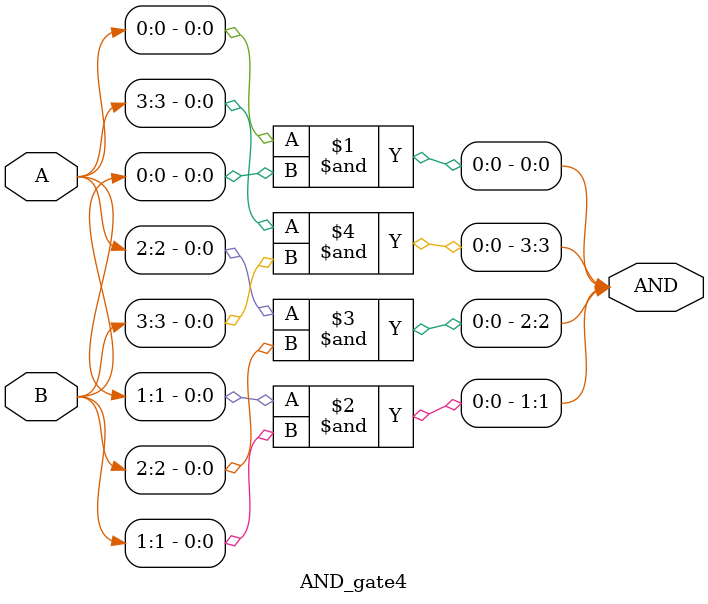
<source format=v>
`timescale 1ns / 1ps

module AND_gate4(
input [3:0]A,
input [3:0]B,
output [3:0]AND
    );
    
    and A0(AND[0],A[0],B[0]);
    and A1(AND[1],A[1],B[1]);
    and A2(AND[2],A[2],B[2]);
    and A3(AND[3],A[3],B[3]);
    
endmodule

</source>
